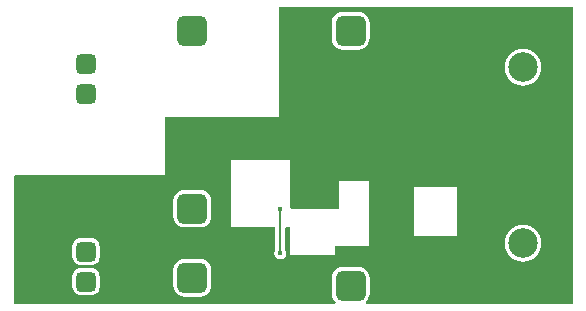
<source format=gbl>
%FSLAX44Y44*%
%MOMM*%
G71*
G01*
G75*
G04 Layer_Physical_Order=2*
G04 Layer_Color=16711680*
%ADD10R,0.5000X0.6000*%
%ADD11R,0.7000X0.9000*%
%ADD12R,1.0500X0.6000*%
%ADD13R,0.3000X0.5000*%
%ADD14R,0.5000X0.3000*%
%ADD15R,0.9000X0.7000*%
%ADD16R,0.6000X0.5000*%
%ADD17R,0.4500X0.3500*%
%ADD18R,0.6000X0.8000*%
%ADD19R,0.9000X0.8000*%
%ADD20C,0.5000*%
%ADD21C,0.2000*%
%ADD22C,0.3000*%
%ADD23C,0.1500*%
%ADD24C,0.2500*%
G04:AMPARAMS|DCode=25|XSize=1.7mm|YSize=1.7mm|CornerRadius=0.425mm|HoleSize=0mm|Usage=FLASHONLY|Rotation=270.000|XOffset=0mm|YOffset=0mm|HoleType=Round|Shape=RoundedRectangle|*
%AMROUNDEDRECTD25*
21,1,1.7000,0.8500,0,0,270.0*
21,1,0.8500,1.7000,0,0,270.0*
1,1,0.8500,-0.4250,-0.4250*
1,1,0.8500,-0.4250,0.4250*
1,1,0.8500,0.4250,0.4250*
1,1,0.8500,0.4250,-0.4250*
%
%ADD25ROUNDEDRECTD25*%
G04:AMPARAMS|DCode=26|XSize=2.6mm|YSize=2.6mm|CornerRadius=0.65mm|HoleSize=0mm|Usage=FLASHONLY|Rotation=270.000|XOffset=0mm|YOffset=0mm|HoleType=Round|Shape=RoundedRectangle|*
%AMROUNDEDRECTD26*
21,1,2.6000,1.3000,0,0,270.0*
21,1,1.3000,2.6000,0,0,270.0*
1,1,1.3000,-0.6500,-0.6500*
1,1,1.3000,-0.6500,0.6500*
1,1,1.3000,0.6500,0.6500*
1,1,1.3000,0.6500,-0.6500*
%
%ADD26ROUNDEDRECTD26*%
%ADD27C,2.6000*%
%ADD28C,2.5000*%
%ADD29C,0.4000*%
%ADD30C,0.5000*%
G36*
X473000Y23898D02*
X472102Y23000D01*
X298114Y23000D01*
X297683Y24270D01*
X298276Y24725D01*
X299799Y26709D01*
X300756Y29020D01*
X301082Y31500D01*
Y44500D01*
X300756Y46980D01*
X299799Y49291D01*
X298276Y51276D01*
X296291Y52799D01*
X293980Y53756D01*
X291500Y54082D01*
X278500D01*
X276020Y53756D01*
X273709Y52799D01*
X271725Y51276D01*
X270202Y49291D01*
X269245Y46980D01*
X268918Y44500D01*
Y31500D01*
X269245Y29020D01*
X270202Y26709D01*
X271725Y24725D01*
X272317Y24270D01*
X271886Y23000D01*
X0Y23000D01*
X0Y131102D01*
X898Y132000D01*
X56729D01*
X56750Y131999D01*
X65250D01*
X65272Y132000D01*
X127999D01*
X128001Y181000D01*
X142635D01*
X144500Y180895D01*
X157500D01*
X159365Y181000D01*
X224077Y181000D01*
X224077Y247000D01*
X224105Y247500D01*
Y260500D01*
X224077Y261000D01*
Y274000D01*
X473000Y274000D01*
X473000Y23898D01*
D02*
G37*
%LPC*%
G36*
X65250Y78563D02*
X56750D01*
X54858Y78313D01*
X53094Y77583D01*
X51579Y76421D01*
X50417Y74906D01*
X49687Y73143D01*
X49438Y71250D01*
Y62750D01*
X49687Y60858D01*
X50417Y59094D01*
X51579Y57579D01*
X53094Y56417D01*
X54858Y55687D01*
X56750Y55438D01*
X65250D01*
X67143Y55687D01*
X68906Y56417D01*
X70421Y57579D01*
X71583Y59094D01*
X72313Y60858D01*
X72563Y62750D01*
Y71250D01*
X72313Y73143D01*
X71583Y74906D01*
X70421Y76421D01*
X68906Y77583D01*
X67143Y78313D01*
X65250Y78563D01*
D02*
G37*
G36*
X431000Y89575D02*
X427962Y89276D01*
X425040Y88390D01*
X422347Y86950D01*
X419987Y85013D01*
X418050Y82653D01*
X416611Y79960D01*
X415724Y77039D01*
X415425Y74000D01*
X415724Y70962D01*
X416611Y68040D01*
X418050Y65347D01*
X419987Y62987D01*
X422347Y61050D01*
X425040Y59611D01*
X427962Y58724D01*
X431000Y58425D01*
X434039Y58724D01*
X436960Y59611D01*
X439653Y61050D01*
X442013Y62987D01*
X443950Y65347D01*
X445390Y68040D01*
X446276Y70962D01*
X446575Y74000D01*
X446276Y77039D01*
X445390Y79960D01*
X443950Y82653D01*
X442013Y85013D01*
X439653Y86950D01*
X436960Y88390D01*
X434039Y89276D01*
X431000Y89575D01*
D02*
G37*
G36*
X65250Y53163D02*
X56750D01*
X54858Y52913D01*
X53094Y52183D01*
X51579Y51021D01*
X50417Y49506D01*
X49687Y47743D01*
X49438Y45850D01*
Y37350D01*
X49687Y35457D01*
X50417Y33694D01*
X51579Y32179D01*
X53094Y31017D01*
X54858Y30287D01*
X56750Y30038D01*
X65250D01*
X67143Y30287D01*
X68906Y31017D01*
X70421Y32179D01*
X71583Y33694D01*
X72313Y35457D01*
X72563Y37350D01*
Y45850D01*
X72313Y47743D01*
X71583Y49506D01*
X70421Y51021D01*
X68906Y52183D01*
X67143Y52913D01*
X65250Y53163D01*
D02*
G37*
G36*
X157500Y61082D02*
X144500D01*
X142020Y60756D01*
X139709Y59798D01*
X137725Y58276D01*
X136202Y56291D01*
X135245Y53980D01*
X134918Y51500D01*
Y38500D01*
X135245Y36020D01*
X136202Y33709D01*
X137725Y31725D01*
X139709Y30202D01*
X142020Y29245D01*
X144500Y28918D01*
X157500D01*
X159980Y29245D01*
X162291Y30202D01*
X164276Y31725D01*
X165798Y33709D01*
X166756Y36020D01*
X167082Y38500D01*
Y51500D01*
X166756Y53980D01*
X165798Y56291D01*
X164276Y58276D01*
X162291Y59798D01*
X159980Y60756D01*
X157500Y61082D01*
D02*
G37*
G36*
X233500Y144500D02*
X183500D01*
X183500Y87500D01*
X221422D01*
Y68396D01*
X220790Y67451D01*
X220402Y65500D01*
X220790Y63549D01*
X221896Y61895D01*
X223549Y60790D01*
X225500Y60402D01*
X227451Y60790D01*
X229105Y61895D01*
X230210Y63549D01*
X230598Y65500D01*
X230210Y67451D01*
X229579Y68396D01*
Y86602D01*
X230477Y87500D01*
X232230D01*
X233500Y87500D01*
X233500Y86230D01*
Y64500D01*
X271500D01*
Y71500D01*
X300500D01*
Y126500D01*
X275500D01*
Y103500D01*
X234770D01*
X233500Y104770D01*
X233500Y144500D01*
D02*
G37*
G36*
X431000Y238575D02*
X427962Y238276D01*
X425040Y237390D01*
X422347Y235950D01*
X419987Y234013D01*
X418050Y231653D01*
X416611Y228960D01*
X415724Y226039D01*
X415425Y223000D01*
X415724Y219962D01*
X416611Y217040D01*
X418050Y214347D01*
X419987Y211987D01*
X422347Y210050D01*
X425040Y208611D01*
X427962Y207724D01*
X431000Y207425D01*
X434039Y207724D01*
X436960Y208611D01*
X439653Y210050D01*
X442013Y211987D01*
X443950Y214347D01*
X445390Y217040D01*
X446276Y219962D01*
X446575Y223000D01*
X446276Y226039D01*
X445390Y228960D01*
X443950Y231653D01*
X442013Y234013D01*
X439653Y235950D01*
X436960Y237390D01*
X434039Y238276D01*
X431000Y238575D01*
D02*
G37*
G36*
X291500Y270082D02*
X278500D01*
X276020Y269756D01*
X273709Y268798D01*
X271725Y267276D01*
X270202Y265291D01*
X269245Y262980D01*
X268918Y260500D01*
Y247500D01*
X269245Y245020D01*
X270202Y242709D01*
X271725Y240725D01*
X273709Y239202D01*
X276020Y238245D01*
X278500Y237918D01*
X291500D01*
X293980Y238245D01*
X296291Y239202D01*
X298276Y240725D01*
X299798Y242709D01*
X300756Y245020D01*
X301082Y247500D01*
Y260500D01*
X300756Y262980D01*
X299798Y265291D01*
X298276Y267276D01*
X296291Y268798D01*
X293980Y269756D01*
X291500Y270082D01*
D02*
G37*
G36*
X375500Y121500D02*
X338500Y121500D01*
X338500Y80500D01*
X375500Y80500D01*
X375500Y121500D01*
D02*
G37*
G36*
X157500Y119582D02*
X144500D01*
X142020Y119256D01*
X139709Y118299D01*
X137725Y116776D01*
X136202Y114791D01*
X135245Y112480D01*
X134918Y110000D01*
Y97000D01*
X135245Y94520D01*
X136202Y92209D01*
X137725Y90225D01*
X139709Y88702D01*
X142020Y87745D01*
X144500Y87418D01*
X157500D01*
X159980Y87745D01*
X162291Y88702D01*
X164276Y90225D01*
X165798Y92209D01*
X166756Y94520D01*
X167082Y97000D01*
Y110000D01*
X166756Y112480D01*
X165798Y114791D01*
X164276Y116776D01*
X162291Y118299D01*
X159980Y119256D01*
X157500Y119582D01*
D02*
G37*
%LPD*%
D21*
X361000Y183000D02*
X362000Y182000D01*
X225000Y103000D02*
X225500Y102500D01*
Y65500D02*
Y102500D01*
X270000Y205000D02*
X270500Y205500D01*
D25*
X61000Y41600D02*
D03*
Y67000D02*
D03*
Y200600D02*
D03*
Y226000D02*
D03*
D26*
X151000Y103500D02*
D03*
Y254000D02*
D03*
X151000Y45000D02*
D03*
X285000Y254000D02*
D03*
X285000Y38000D02*
D03*
D27*
X456400Y197600D02*
D03*
X405600D02*
D03*
X456400Y248400D02*
D03*
X405600D02*
D03*
X456400Y48600D02*
D03*
X405600D02*
D03*
X456400Y99400D02*
D03*
X405600D02*
D03*
D28*
X431000Y223000D02*
D03*
Y74000D02*
D03*
D29*
X10000Y26000D02*
D03*
X17000D02*
D03*
X24000D02*
D03*
X31000D02*
D03*
X38000D02*
D03*
X45000D02*
D03*
X52000D02*
D03*
X59000D02*
D03*
X66000D02*
D03*
X73000D02*
D03*
X80000D02*
D03*
X9000Y90000D02*
D03*
X16000D02*
D03*
X23000D02*
D03*
X30000D02*
D03*
X37000D02*
D03*
X44000D02*
D03*
X51000D02*
D03*
X58000D02*
D03*
X65000D02*
D03*
X72000D02*
D03*
X79000D02*
D03*
X86000D02*
D03*
Y83000D02*
D03*
Y76000D02*
D03*
Y69000D02*
D03*
Y62000D02*
D03*
Y55000D02*
D03*
Y48000D02*
D03*
X87000Y26000D02*
D03*
X94000D02*
D03*
X86000Y41000D02*
D03*
X93000D02*
D03*
X371000Y30200D02*
D03*
X298500Y63000D02*
D03*
X165000Y121000D02*
D03*
X158000Y123000D02*
D03*
X151000D02*
D03*
X144000D02*
D03*
Y84000D02*
D03*
X151000D02*
D03*
X158000D02*
D03*
X166000Y87000D02*
D03*
X170000Y96000D02*
D03*
Y111000D02*
D03*
X141000Y25000D02*
D03*
X148000D02*
D03*
X155000D02*
D03*
X162000Y26000D02*
D03*
X168000Y30000D02*
D03*
X172000Y37000D02*
D03*
X177000Y42000D02*
D03*
X184000Y43000D02*
D03*
X140000Y65000D02*
D03*
X147000D02*
D03*
X154000D02*
D03*
X161000D02*
D03*
X168000Y62000D02*
D03*
X175000Y58000D02*
D03*
X182000D02*
D03*
X189000D02*
D03*
X203500Y32000D02*
D03*
X356500Y139500D02*
D03*
X225000Y103000D02*
D03*
X225500Y65500D02*
D03*
X311500Y68500D02*
D03*
X178000Y111000D02*
D03*
X178500Y96500D02*
D03*
X264500Y59500D02*
D03*
X268500Y136500D02*
D03*
X273500Y131500D02*
D03*
X178000Y118000D02*
D03*
Y125000D02*
D03*
X215000Y148000D02*
D03*
X222000D02*
D03*
X229000D02*
D03*
X235500Y145500D02*
D03*
X236500Y138500D02*
D03*
Y132500D02*
D03*
Y126500D02*
D03*
X178500Y89500D02*
D03*
X183500Y84500D02*
D03*
X190500D02*
D03*
X197500D02*
D03*
X204500D02*
D03*
X211500D02*
D03*
X196000Y58000D02*
D03*
X203000D02*
D03*
X210000D02*
D03*
X191000Y43000D02*
D03*
X199000D02*
D03*
X205000D02*
D03*
X212000D02*
D03*
X214500Y63500D02*
D03*
Y70500D02*
D03*
Y77500D02*
D03*
X236500Y43500D02*
D03*
Y51500D02*
D03*
Y59500D02*
D03*
X243500D02*
D03*
X250500D02*
D03*
X257500D02*
D03*
X271500Y57500D02*
D03*
X303500Y74500D02*
D03*
Y81500D02*
D03*
X310500D02*
D03*
X317500D02*
D03*
X324500D02*
D03*
X331500D02*
D03*
X337500Y76500D02*
D03*
X345500D02*
D03*
X353500D02*
D03*
X370500Y124500D02*
D03*
X363500D02*
D03*
X356500D02*
D03*
X349500D02*
D03*
X342500D02*
D03*
X335500D02*
D03*
Y117500D02*
D03*
Y110500D02*
D03*
Y103500D02*
D03*
X328500D02*
D03*
X321500D02*
D03*
X314500D02*
D03*
X307500D02*
D03*
Y110500D02*
D03*
X301500Y129500D02*
D03*
X294500D02*
D03*
X287500D02*
D03*
X280500D02*
D03*
X261500Y136500D02*
D03*
X254500D02*
D03*
X136000Y85000D02*
D03*
X137000Y121000D02*
D03*
X132000Y114000D02*
D03*
Y100000D02*
D03*
Y107000D02*
D03*
Y93000D02*
D03*
X445000Y170500D02*
D03*
X133000Y25000D02*
D03*
X125000Y26000D02*
D03*
X117000D02*
D03*
X109000D02*
D03*
X101000D02*
D03*
X126000Y63000D02*
D03*
Y56000D02*
D03*
X126000Y49000D02*
D03*
X121000Y44000D02*
D03*
X114000Y41000D02*
D03*
X107000D02*
D03*
X100000D02*
D03*
X379000Y110000D02*
D03*
Y103000D02*
D03*
Y96000D02*
D03*
Y89000D02*
D03*
X382000Y82000D02*
D03*
Y75000D02*
D03*
Y68000D02*
D03*
Y61000D02*
D03*
Y37000D02*
D03*
X340000Y62000D02*
D03*
Y55000D02*
D03*
Y48000D02*
D03*
Y41000D02*
D03*
Y34000D02*
D03*
X347000D02*
D03*
X354000D02*
D03*
X361000D02*
D03*
X178000Y132000D02*
D03*
Y139000D02*
D03*
Y148000D02*
D03*
X187000D02*
D03*
X194000D02*
D03*
X201000D02*
D03*
X208000D02*
D03*
X237000Y107000D02*
D03*
X133000Y65000D02*
D03*
D30*
X361000Y183000D02*
D03*
X230000Y210000D02*
D03*
X288500Y141500D02*
D03*
X333500Y178500D02*
D03*
X270500Y205500D02*
D03*
X319000Y242000D02*
D03*
M02*

</source>
